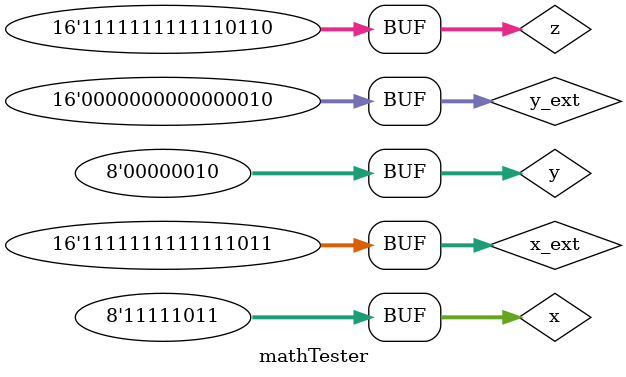
<source format=v>
module mathTester();
	reg [7:0] x;
	reg [7:0] y;
	wire [15:0] x_ext;
	wire [15:0] y_ext;
	wire [15:0] z;
	
	assign x_ext = {{8{x[7]}},x};
	assign y_ext = {{8{y[7]}},y};
	assign z = x_ext*y_ext;
	
	
	
	initial begin
		x = 8'b11111011; //-5
		y = 8'b00000010; //2
	end
	
endmodule

</source>
